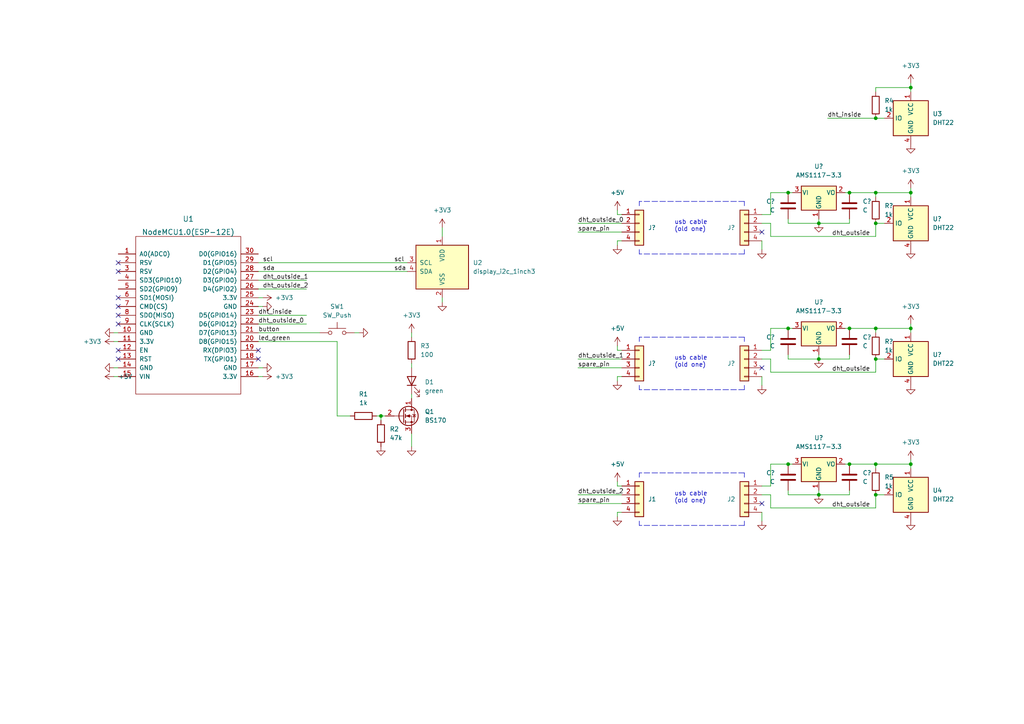
<source format=kicad_sch>
(kicad_sch (version 20211123) (generator eeschema)
  (paper "A4")
  (lib_symbols
    (symbol "Connector_Generic:Conn_01x04" (pin_names (offset 1.016) hide)
      (property "Reference" "J" (at 0 5.08 0))
      (property "Value" "Conn_01x04" (at 0 -7.62 0))
      (symbol "Conn_01x04_1_1"
        (rectangle (start -1.27 -4.953) (end 0 -5.207) (stroke (width 0.1524)))
        (rectangle (start -1.27 -2.413) (end 0 -2.667) (stroke (width 0.1524)))
        (rectangle (start -1.27 0.127) (end 0 -0.127) (stroke (width 0.1524)))
        (rectangle (start -1.27 2.667) (end 0 2.413) (stroke (width 0.1524)))
        (rectangle (start -1.27 3.81) (end 1.27 -6.35) (stroke (width 0.254)) (fill (type background)))
        (pin passive line (at -5.08 2.54 0) (length 3.81) (name "Pin_1") (number "1"))
        (pin passive line (at -5.08 0 0) (length 3.81) (name "Pin_2") (number "2"))
        (pin passive line (at -5.08 -2.54 0) (length 3.81) (name "Pin_3") (number "3"))
        (pin passive line (at -5.08 -5.08 0) (length 3.81) (name "Pin_4") (number "4"))
      )
    )
    (symbol "Device:C" (pin_numbers hide) (pin_names (offset 0.254))
      (property "Reference" "C" (at 0.635 2.54 0))
      (property "Value" "C" (at 0.635 -2.54 0))
      (symbol "C_0_1"
        (polyline (pts (xy -2.032 -0.762) (xy 2.032 -0.762)) (stroke (width 0.508)))
        (polyline (pts (xy -2.032 0.762) (xy 2.032 0.762)) (stroke (width 0.508)))
      )
      (symbol "C_1_1"
        (pin passive line (at 0 3.81 270) (length 2.794) (name "~") (number "1"))
        (pin passive line (at 0 -3.81 90) (length 2.794) (name "~") (number "2"))
      )
    )
    (symbol "Device:LED" (pin_numbers hide) (pin_names (offset 1.016) hide)
      (property "Reference" "D" (at 0 2.54 0))
      (property "Value" "LED" (at 0 -2.54 0))
      (symbol "LED_0_1"
        (polyline (pts (xy -1.27 -1.27) (xy -1.27 1.27)) (stroke (width 0.254)))
        (polyline (pts (xy -1.27 0) (xy 1.27 0)))
        (polyline (pts (xy 1.27 -1.27) (xy 1.27 1.27) (xy -1.27 0) (xy 1.27 -1.27)) (stroke (width 0.254)))
        (polyline (pts (xy -3.048 -0.762) (xy -4.572 -2.286) (xy -3.81 -2.286) (xy -4.572 -2.286) (xy -4.572 -1.524)))
        (polyline (pts (xy -1.778 -0.762) (xy -3.302 -2.286) (xy -2.54 -2.286) (xy -3.302 -2.286) (xy -3.302 -1.524)))
      )
      (symbol "LED_1_1"
        (pin passive line (at -3.81 0 0) (length 2.54) (name "K") (number "1"))
        (pin passive line (at 3.81 0 180) (length 2.54) (name "A") (number "2"))
      )
    )
    (symbol "Device:R" (pin_numbers hide) (pin_names (offset 0))
      (property "Reference" "R" (at 2.032 0 90))
      (property "Value" "R" (at 0 0 90))
      (symbol "R_0_1"
        (rectangle (start -1.016 -2.54) (end 1.016 2.54) (stroke (width 0.254)))
      )
      (symbol "R_1_1"
        (pin passive line (at 0 3.81 270) (length 1.27) (name "~") (number "1"))
        (pin passive line (at 0 -3.81 90) (length 1.27) (name "~") (number "2"))
      )
    )
    (symbol "ESP8266:NodeMCU1.0(ESP-12E)" (pin_names (offset 1.016))
      (property "Reference" "U" (at 0 21.59 0))
      (property "Value" "NodeMCU1.0(ESP-12E)" (at 0 -21.59 0))
      (symbol "NodeMCU1.0(ESP-12E)_0_1"
        (rectangle (start -15.24 -22.86) (end 15.24 22.86))
      )
      (symbol "NodeMCU1.0(ESP-12E)_1_1"
        (pin input line (at -20.32 17.78 0) (length 5.08) (name "A0(ADC0)") (number "1"))
        (pin input line (at -20.32 -5.08 0) (length 5.08) (name "GND") (number "10"))
        (pin input line (at -20.32 -7.62 0) (length 5.08) (name "3.3V") (number "11"))
        (pin input line (at -20.32 -10.16 0) (length 5.08) (name "EN") (number "12"))
        (pin input line (at -20.32 -12.7 0) (length 5.08) (name "RST") (number "13"))
        (pin input line (at -20.32 -15.24 0) (length 5.08) (name "GND") (number "14"))
        (pin input line (at -20.32 -17.78 0) (length 5.08) (name "VIN") (number "15"))
        (pin input line (at 20.32 -17.78 180) (length 5.08) (name "3.3V") (number "16"))
        (pin input line (at 20.32 -15.24 180) (length 5.08) (name "GND") (number "17"))
        (pin input line (at 20.32 -12.7 180) (length 5.08) (name "TX(GPIO1)") (number "18"))
        (pin input line (at 20.32 -10.16 180) (length 5.08) (name "RX(DPIO3)") (number "19"))
        (pin input line (at -20.32 15.24 0) (length 5.08) (name "RSV") (number "2"))
        (pin input line (at 20.32 -7.62 180) (length 5.08) (name "D8(GPIO15)") (number "20"))
        (pin input line (at 20.32 -5.08 180) (length 5.08) (name "D7(GPIO13)") (number "21"))
        (pin input line (at 20.32 -2.54 180) (length 5.08) (name "D6(GPIO12)") (number "22"))
        (pin input line (at 20.32 0 180) (length 5.08) (name "D5(GPIO14)") (number "23"))
        (pin input line (at 20.32 2.54 180) (length 5.08) (name "GND") (number "24"))
        (pin input line (at 20.32 5.08 180) (length 5.08) (name "3.3V") (number "25"))
        (pin input line (at 20.32 7.62 180) (length 5.08) (name "D4(GPIO2)") (number "26"))
        (pin input line (at 20.32 10.16 180) (length 5.08) (name "D3(GPIO0)") (number "27"))
        (pin input line (at 20.32 12.7 180) (length 5.08) (name "D2(GPIO4)") (number "28"))
        (pin input line (at 20.32 15.24 180) (length 5.08) (name "D1(GPIO5)") (number "29"))
        (pin input line (at -20.32 12.7 0) (length 5.08) (name "RSV") (number "3"))
        (pin input line (at 20.32 17.78 180) (length 5.08) (name "D0(GPIO16)") (number "30"))
        (pin input line (at -20.32 10.16 0) (length 5.08) (name "SD3(GPIO10)") (number "4"))
        (pin input line (at -20.32 7.62 0) (length 5.08) (name "SD2(GPIO9)") (number "5"))
        (pin input line (at -20.32 5.08 0) (length 5.08) (name "SD1(MOSI)") (number "6"))
        (pin input line (at -20.32 2.54 0) (length 5.08) (name "CMD(CS)") (number "7"))
        (pin input line (at -20.32 0 0) (length 5.08) (name "SDO(MISO)") (number "8"))
        (pin input line (at -20.32 -2.54 0) (length 5.08) (name "CLK(SCLK)") (number "9"))
      )
    )
    (symbol "Regulator_Linear:AMS1117-3.3" (pin_names (offset 0.254))
      (property "Reference" "U" (at -3.81 3.175 0))
      (property "Value" "AMS1117-3.3" (at 0 3.175 0))
      (symbol "AMS1117-3.3_0_1"
        (rectangle (start -5.08 -5.08) (end 5.08 1.905) (stroke (width 0.254)) (fill (type background)))
      )
      (symbol "AMS1117-3.3_1_1"
        (pin power_in line (at 0 -7.62 90) (length 2.54) (name "GND") (number "1"))
        (pin power_out line (at 7.62 0 180) (length 2.54) (name "VO") (number "2"))
        (pin power_in line (at -7.62 0 0) (length 2.54) (name "VI") (number "3"))
      )
    )
    (symbol "Sensor:DHT11"
      (property "Reference" "U" (at -3.81 6.35 0))
      (property "Value" "DHT11" (at 3.81 6.35 0))
      (symbol "DHT11_0_1"
        (rectangle (start -5.08 5.08) (end 5.08 -5.08) (stroke (width 0.254)) (fill (type background)))
      )
      (symbol "DHT11_1_1"
        (pin power_in line (at 0 7.62 270) (length 2.54) (name "VCC") (number "1"))
        (pin bidirectional line (at 7.62 0 180) (length 2.54) (name "IO") (number "2"))
        (pin no_connect line (at -5.08 0 0) (length 2.54) hide (name "NC") (number "3"))
        (pin power_in line (at 0 -7.62 90) (length 2.54) (name "GND") (number "4"))
      )
    )
    (symbol "Transistor_FET:BS170" (pin_names hide)
      (property "Reference" "Q" (at 5.08 1.905 0))
      (property "Value" "BS170" (at 5.08 0 0))
      (symbol "BS170_0_1"
        (polyline (pts (xy 0.254 0) (xy -2.54 0)))
        (polyline (pts (xy 0.254 1.905) (xy 0.254 -1.905)) (stroke (width 0.254)))
        (polyline (pts (xy 0.762 -1.27) (xy 0.762 -2.286)) (stroke (width 0.254)))
        (polyline (pts (xy 0.762 0.508) (xy 0.762 -0.508)) (stroke (width 0.254)))
        (polyline (pts (xy 0.762 2.286) (xy 0.762 1.27)) (stroke (width 0.254)))
        (polyline (pts (xy 2.54 2.54) (xy 2.54 1.778)))
        (polyline (pts (xy 2.54 -2.54) (xy 2.54 0) (xy 0.762 0)))
        (polyline (pts (xy 0.762 -1.778) (xy 3.302 -1.778) (xy 3.302 1.778) (xy 0.762 1.778)))
        (polyline (pts (xy 1.016 0) (xy 2.032 0.381) (xy 2.032 -0.381) (xy 1.016 0)) (fill (type outline)))
        (polyline (pts (xy 2.794 0.508) (xy 2.921 0.381) (xy 3.683 0.381) (xy 3.81 0.254)))
        (polyline (pts (xy 3.302 0.381) (xy 2.921 -0.254) (xy 3.683 -0.254) (xy 3.302 0.381)))
        (circle (center 1.651 0) (radius 2.794) (stroke (width 0.254)))
        (circle (center 2.54 -1.778) (radius 0.254) (fill (type outline)))
        (circle (center 2.54 1.778) (radius 0.254) (fill (type outline)))
      )
      (symbol "BS170_1_1"
        (pin passive line (at 2.54 5.08 270) (length 2.54) (name "D") (number "1"))
        (pin input line (at -5.08 0 0) (length 2.54) (name "G") (number "2"))
        (pin passive line (at 2.54 -5.08 90) (length 2.54) (name "S") (number "3"))
      )
    )
    (symbol "g7_hmi:SW_Push" (pin_numbers hide) (pin_names (offset 1.016) hide)
      (property "Reference" "SW" (at 1.27 2.54 0))
      (property "Value" "SW_Push" (at 0 -1.524 0))
      (symbol "SW_Push_0_1"
        (circle (center -2.032 0) (radius 0.508))
        (polyline (pts (xy 0 1.27) (xy 0 3.048)))
        (polyline (pts (xy 2.54 1.27) (xy -2.54 1.27)))
        (circle (center 2.032 0) (radius 0.508))
        (pin passive line (at -5.08 0 0) (length 2.54) (name "1") (number "1"))
        (pin passive line (at -5.08 0 0) (length 2.54) hide (name "~") (number "2"))
        (pin passive line (at 5.08 0 180) (length 2.54) (name "2") (number "3"))
        (pin passive line (at 5.08 0 180) (length 2.54) hide (name "4") (number "4"))
      )
    )
    (symbol "g7_hmi_kicad6:display_i2c_1inch3" (pin_names (offset 1.016))
      (property "Reference" "U1" (at 8.382 -0.1016 0))
      (property "Value" "display_i2c_1inch3" (at 8.382 -2.413 0))
      (symbol "display_i2c_1inch3_0_1"
        (rectangle (start -7.62 5.08) (end 7.62 -7.62) (stroke (width 0.254)) (fill (type background)))
      )
      (symbol "display_i2c_1inch3_1_1"
        (pin power_in line (at 0 7.62 270) (length 2.54) (name "VDD") (number "1"))
        (pin power_in line (at 0 -10.16 90) (length 2.54) (name "VSS") (number "2"))
        (pin input line (at -10.16 0 0) (length 2.54) (name "SCL") (number "3"))
        (pin input line (at -10.16 -2.54 0) (length 2.54) (name "SDA") (number "4"))
      )
    )
    (symbol "power:+3.3V" (power) (pin_names (offset 0))
      (property "Value" "+3.3V" (at 0 3.556 0))
      (symbol "+3.3V_0_1"
        (polyline (pts (xy -0.762 1.27) (xy 0 2.54)))
        (polyline (pts (xy 0 0) (xy 0 2.54)))
        (polyline (pts (xy 0 2.54) (xy 0.762 1.27)))
      )
      (symbol "+3.3V_1_1"
        (pin power_in line (at 0 0 90) (length 0) hide (name "+3V3") (number "1"))
      )
    )
    (symbol "power:+5V" (power) (pin_names (offset 0))
      (property "Value" "+5V" (at 0 3.556 0))
      (symbol "+5V_0_1"
        (polyline (pts (xy -0.762 1.27) (xy 0 2.54)))
        (polyline (pts (xy 0 0) (xy 0 2.54)))
        (polyline (pts (xy 0 2.54) (xy 0.762 1.27)))
      )
      (symbol "+5V_1_1"
        (pin power_in line (at 0 0 90) (length 0) hide (name "+5V") (number "1"))
      )
    )
    (symbol "power:GND" (power) (pin_names (offset 0))
      (property "Value" "GND" (at 0 -3.81 0))
      (symbol "GND_0_1"
        (polyline (pts (xy 0 0) (xy 0 -1.27) (xy 1.27 -1.27) (xy 0 -2.54) (xy -1.27 -1.27) (xy 0 -1.27)))
      )
      (symbol "GND_1_1"
        (pin power_in line (at 0 0 270) (length 0) hide (name "GND") (number "1"))
      )
    )
  )
  (junction (at 264.16 55.88))
  (junction (at 228.6 134.62))
  (junction (at 254 104.14))
  (junction (at 254 95.25))
  (junction (at 254 143.51))
  (junction (at 110.49 120.65))
  (junction (at 246.38 55.88))
  (junction (at 254 64.77))
  (junction (at 237.49 64.77))
  (junction (at 264.16 134.62))
  (junction (at 228.6 95.25))
  (junction (at 264.16 95.25))
  (junction (at 264.16 25.4))
  (junction (at 254 134.62))
  (junction (at 228.6 55.88))
  (junction (at 237.49 104.14))
  (junction (at 246.38 95.25))
  (junction (at 246.38 134.62))
  (junction (at 237.49 143.51))
  (junction (at 254 34.29))
  (junction (at 254 55.88))
  (no_connect (at 220.98 106.68))
  (no_connect (at 220.98 146.05))
  (no_connect (at 220.98 67.31))
  (no_connect (at 74.93 101.6))
  (no_connect (at 74.93 104.14))
  (no_connect (at 34.29 101.6))
  (no_connect (at 34.29 104.14))
  (no_connect (at 34.29 76.2))
  (no_connect (at 34.29 78.74))
  (no_connect (at 34.29 86.36))
  (no_connect (at 34.29 91.44))
  (no_connect (at 34.29 88.9))
  (no_connect (at 34.29 93.98))
  (wire (pts (xy 74.93 91.44) (xy 88.9 91.44)))
  (wire (pts (xy 264.16 95.25) (xy 254 95.25)))
  (polyline (pts (xy 215.9 151.13) (xy 215.9 152.4)))
  (wire (pts (xy 223.52 68.58) (xy 254 68.58)))
  (wire (pts (xy 74.93 86.36) (xy 76.2 86.36)))
  (wire (pts (xy 110.49 120.65) (xy 111.76 120.65)))
  (wire (pts (xy 228.6 55.88) (xy 223.52 55.88)))
  (wire (pts (xy 74.93 83.82) (xy 88.9 83.82)))
  (wire (pts (xy 264.16 24.13) (xy 264.16 25.4)))
  (wire (pts (xy 228.6 102.87) (xy 228.6 104.14)))
  (polyline (pts (xy 215.9 73.66) (xy 185.42 73.66)))
  (wire (pts (xy 237.49 142.24) (xy 237.49 143.51)))
  (wire (pts (xy 74.93 78.74) (xy 118.11 78.74)))
  (wire (pts (xy 246.38 104.14) (xy 237.49 104.14)))
  (wire (pts (xy 33.02 96.52) (xy 34.29 96.52)))
  (wire (pts (xy 246.38 142.24) (xy 246.38 143.51)))
  (polyline (pts (xy 215.9 72.39) (xy 215.9 73.66)))
  (polyline (pts (xy 185.42 113.03) (xy 185.42 111.76)))
  (wire (pts (xy 220.98 111.76) (xy 220.98 109.22)))
  (wire (pts (xy 223.52 143.51) (xy 223.52 147.32)))
  (wire (pts (xy 128.27 86.36) (xy 128.27 87.63)))
  (wire (pts (xy 179.07 149.86) (xy 179.07 148.59)))
  (wire (pts (xy 229.87 55.88) (xy 228.6 55.88)))
  (wire (pts (xy 246.38 63.5) (xy 246.38 64.77)))
  (wire (pts (xy 74.93 96.52) (xy 92.71 96.52)))
  (wire (pts (xy 223.52 104.14) (xy 223.52 107.95)))
  (wire (pts (xy 179.07 101.6) (xy 180.34 101.6)))
  (wire (pts (xy 228.6 134.62) (xy 223.52 134.62)))
  (wire (pts (xy 74.93 93.98) (xy 88.9 93.98)))
  (wire (pts (xy 167.64 104.14) (xy 180.34 104.14)))
  (wire (pts (xy 109.22 120.65) (xy 110.49 120.65)))
  (wire (pts (xy 254 55.88) (xy 246.38 55.88)))
  (wire (pts (xy 228.6 142.24) (xy 228.6 143.51)))
  (wire (pts (xy 179.07 60.96) (xy 179.07 62.23)))
  (wire (pts (xy 264.16 25.4) (xy 254 25.4)))
  (wire (pts (xy 254 34.29) (xy 256.54 34.29)))
  (polyline (pts (xy 215.9 58.42) (xy 185.42 58.42)))
  (polyline (pts (xy 215.9 138.43) (xy 215.9 137.16)))
  (wire (pts (xy 97.79 99.06) (xy 97.79 120.65)))
  (wire (pts (xy 220.98 64.77) (xy 223.52 64.77)))
  (wire (pts (xy 254 143.51) (xy 256.54 143.51)))
  (wire (pts (xy 228.6 104.14) (xy 237.49 104.14)))
  (wire (pts (xy 179.07 71.12) (xy 179.07 69.85)))
  (wire (pts (xy 254 134.62) (xy 246.38 134.62)))
  (polyline (pts (xy 185.42 73.66) (xy 185.42 72.39)))
  (wire (pts (xy 264.16 135.89) (xy 264.16 134.62)))
  (wire (pts (xy 223.52 101.6) (xy 220.98 101.6)))
  (wire (pts (xy 254 64.77) (xy 256.54 64.77)))
  (wire (pts (xy 240.03 34.29) (xy 254 34.29)))
  (wire (pts (xy 179.07 140.97) (xy 180.34 140.97)))
  (wire (pts (xy 237.49 63.5) (xy 237.49 64.77)))
  (wire (pts (xy 264.16 54.61) (xy 264.16 55.88)))
  (wire (pts (xy 179.07 100.33) (xy 179.07 101.6)))
  (polyline (pts (xy 215.9 97.79) (xy 185.42 97.79)))
  (wire (pts (xy 264.16 93.98) (xy 264.16 95.25)))
  (wire (pts (xy 167.64 67.31) (xy 180.34 67.31)))
  (wire (pts (xy 110.49 120.65) (xy 110.49 121.92)))
  (wire (pts (xy 167.64 64.77) (xy 180.34 64.77)))
  (wire (pts (xy 223.52 140.97) (xy 220.98 140.97)))
  (wire (pts (xy 246.38 95.25) (xy 245.11 95.25)))
  (wire (pts (xy 223.52 107.95) (xy 254 107.95)))
  (wire (pts (xy 179.07 69.85) (xy 180.34 69.85)))
  (wire (pts (xy 119.38 96.52) (xy 119.38 97.79)))
  (wire (pts (xy 179.07 62.23) (xy 180.34 62.23)))
  (wire (pts (xy 223.52 55.88) (xy 223.52 62.23)))
  (wire (pts (xy 74.93 109.22) (xy 76.2 109.22)))
  (wire (pts (xy 220.98 104.14) (xy 223.52 104.14)))
  (polyline (pts (xy 185.42 58.42) (xy 185.42 59.69)))
  (wire (pts (xy 220.98 143.51) (xy 223.52 143.51)))
  (wire (pts (xy 167.64 143.51) (xy 180.34 143.51)))
  (wire (pts (xy 254 147.32) (xy 254 143.51)))
  (wire (pts (xy 119.38 125.73) (xy 119.38 129.54)))
  (wire (pts (xy 254 107.95) (xy 254 104.14)))
  (wire (pts (xy 254 104.14) (xy 256.54 104.14)))
  (polyline (pts (xy 215.9 111.76) (xy 215.9 113.03)))
  (wire (pts (xy 246.38 143.51) (xy 237.49 143.51)))
  (wire (pts (xy 254 68.58) (xy 254 64.77)))
  (wire (pts (xy 74.93 76.2) (xy 118.11 76.2)))
  (wire (pts (xy 254 95.25) (xy 246.38 95.25)))
  (wire (pts (xy 246.38 102.87) (xy 246.38 104.14)))
  (wire (pts (xy 223.52 134.62) (xy 223.52 140.97)))
  (wire (pts (xy 229.87 95.25) (xy 228.6 95.25)))
  (wire (pts (xy 223.52 147.32) (xy 254 147.32)))
  (wire (pts (xy 220.98 72.39) (xy 220.98 69.85)))
  (wire (pts (xy 33.02 99.06) (xy 34.29 99.06)))
  (wire (pts (xy 119.38 114.3) (xy 119.38 115.57)))
  (wire (pts (xy 228.6 63.5) (xy 228.6 64.77)))
  (wire (pts (xy 254 25.4) (xy 254 26.67)))
  (polyline (pts (xy 215.9 59.69) (xy 215.9 58.42)))
  (wire (pts (xy 237.49 102.87) (xy 237.49 104.14)))
  (wire (pts (xy 223.52 62.23) (xy 220.98 62.23)))
  (wire (pts (xy 228.6 95.25) (xy 223.52 95.25)))
  (wire (pts (xy 220.98 151.13) (xy 220.98 148.59)))
  (wire (pts (xy 128.27 66.04) (xy 128.27 68.58)))
  (wire (pts (xy 254 134.62) (xy 254 135.89)))
  (polyline (pts (xy 185.42 152.4) (xy 185.42 151.13)))
  (wire (pts (xy 179.07 110.49) (xy 179.07 109.22)))
  (wire (pts (xy 254 55.88) (xy 254 57.15)))
  (wire (pts (xy 74.93 106.68) (xy 76.2 106.68)))
  (wire (pts (xy 167.64 146.05) (xy 180.34 146.05)))
  (polyline (pts (xy 185.42 97.79) (xy 185.42 99.06)))
  (wire (pts (xy 246.38 134.62) (xy 245.11 134.62)))
  (wire (pts (xy 264.16 57.15) (xy 264.16 55.88)))
  (polyline (pts (xy 215.9 99.06) (xy 215.9 97.79)))
  (wire (pts (xy 179.07 148.59) (xy 180.34 148.59)))
  (wire (pts (xy 246.38 55.88) (xy 245.11 55.88)))
  (wire (pts (xy 264.16 134.62) (xy 254 134.62)))
  (wire (pts (xy 229.87 134.62) (xy 228.6 134.62)))
  (wire (pts (xy 264.16 26.67) (xy 264.16 25.4)))
  (polyline (pts (xy 215.9 137.16) (xy 185.42 137.16)))
  (wire (pts (xy 264.16 55.88) (xy 254 55.88)))
  (wire (pts (xy 119.38 105.41) (xy 119.38 106.68)))
  (wire (pts (xy 74.93 81.28) (xy 88.9 81.28)))
  (polyline (pts (xy 185.42 137.16) (xy 185.42 138.43)))
  (wire (pts (xy 246.38 64.77) (xy 237.49 64.77)))
  (wire (pts (xy 264.16 133.35) (xy 264.16 134.62)))
  (wire (pts (xy 223.52 95.25) (xy 223.52 101.6)))
  (polyline (pts (xy 215.9 113.03) (xy 185.42 113.03)))
  (wire (pts (xy 179.07 109.22) (xy 180.34 109.22)))
  (wire (pts (xy 74.93 88.9) (xy 76.2 88.9)))
  (wire (pts (xy 167.64 106.68) (xy 180.34 106.68)))
  (wire (pts (xy 74.93 99.06) (xy 97.79 99.06)))
  (wire (pts (xy 264.16 96.52) (xy 264.16 95.25)))
  (wire (pts (xy 254 95.25) (xy 254 96.52)))
  (wire (pts (xy 228.6 64.77) (xy 237.49 64.77)))
  (polyline (pts (xy 215.9 152.4) (xy 185.42 152.4)))
  (wire (pts (xy 33.02 109.22) (xy 34.29 109.22)))
  (wire (pts (xy 97.79 120.65) (xy 101.6 120.65)))
  (wire (pts (xy 228.6 143.51) (xy 237.49 143.51)))
  (wire (pts (xy 223.52 64.77) (xy 223.52 68.58)))
  (wire (pts (xy 102.87 96.52) (xy 104.14 96.52)))
  (wire (pts (xy 179.07 139.7) (xy 179.07 140.97)))
  (wire (pts (xy 33.02 106.68) (xy 34.29 106.68)))
  (text "usb cable\n(old one)" (at 195.58 67.31 0) (effects (font (size 1.27 1.27)) (justify left bottom)))
  (text "usb cable\n(old one)" (at 195.58 106.68 0) (effects (font (size 1.27 1.27)) (justify left bottom)))
  (text "usb cable\n(old one)" (at 195.58 146.05 0) (effects (font (size 1.27 1.27)) (justify left bottom)))
  (label "dht_outside_0" (at 74.93 93.98 0))
  (label "dht_inside" (at 74.93 91.44 0))
  (label "sda" (at 76.2 78.74 0))
  (label "dht_outside_1" (at 167.64 104.14 0))
  (label "spare_pin" (at 167.64 146.05 0))
  (label "dht_outside_1" (at 76.2 81.28 0))
  (label "button" (at 74.93 96.52 0))
  (label "dht_outside" (at 241.3 107.95 0))
  (label "sda" (at 114.3 78.74 0))
  (label "dht_outside" (at 241.3 68.58 0))
  (label "dht_outside" (at 241.3 147.32 0))
  (label "led_green" (at 74.93 99.06 0))
  (label "dht_outside_0" (at 167.64 64.77 0))
  (label "scl" (at 114.3 76.2 0))
  (label "spare_pin" (at 167.64 106.68 0))
  (label "dht_outside_2" (at 76.2 83.82 0))
  (label "scl" (at 76.2 76.2 0))
  (label "spare_pin" (at 167.64 67.31 0))
  (label "dht_inside" (at 240.03 34.29 0))
  (label "dht_outside_2" (at 167.64 143.51 0))
  (symbol (lib_id "power:+3.3V") (at 76.2 86.36 270) (unit 1)
    (property "Reference" "#PWR0116" (effects hide))
    (property "Value" "+3.3V" (at 85.09 86.36 90) (effects (justify right)))
  )
  (symbol (lib_id "Device:R") (at 254 139.7 0) (unit 1)
    (property "Reference" "R5" (at 256.54 138.4299 0) (effects (justify left)))
    (property "Value" "1k" (at 256.54 140.9699 0) (effects (justify left)))
    (property "Footprint" "Resistor_THT:R_Axial_DIN0204_L3.6mm_D1.6mm_P5.08mm_Horizontal" (effects hide))
  )
  (symbol (lib_id "power:+3.3V") (at 33.02 99.06 90) (unit 1)
    (property "Reference" "#PWR0118" (effects hide))
    (property "Value" "+3.3V" (at 24.13 99.06 90) (effects (justify right)))
  )
  (symbol (lib_id "Sensor:DHT11") (at 264.16 34.29 0) (mirror y) (unit 1)
    (property "Reference" "U3" (at 270.51 33.0199 0) (effects (justify right)))
    (property "Value" "DHT22" (at 270.51 35.5599 0) (effects (justify right)))
    (property "Footprint" "Sensor:Aosong_DHT11_5.5x12.0_P2.54mm" (effects hide))
  )
  (symbol (lib_id "Connector_Generic:Conn_01x04") (at 215.9 104.14 0) (mirror y) (unit 1)
    (property "Reference" "J?" (at 212.09 105.41 0))
    (property "Value" "Conn_01x04" (effects hide))
    (property "Footprint" "Connector_JST:JST_XH_B4B-XH-AM_1x04_P2.50mm_Vertical" (effects hide))
  )
  (symbol (lib_id "Connector_Generic:Conn_01x04") (at 185.42 143.51 0) (unit 1)
    (property "Reference" "J1" (at 187.96 144.7799 0) (effects (justify left)))
    (property "Value" "Conn_01x04" (effects hide))
    (property "Footprint" "Connector_JST:JST_XH_B4B-XH-AM_1x04_P2.50mm_Vertical" (effects hide))
  )
  (symbol (lib_id "Connector_Generic:Conn_01x04") (at 215.9 64.77 0) (mirror y) (unit 1)
    (property "Reference" "J?" (at 212.09 66.04 0))
    (property "Value" "Conn_01x04" (effects hide))
    (property "Footprint" "Connector_JST:JST_XH_B4B-XH-AM_1x04_P2.50mm_Vertical" (effects hide))
  )
  (symbol (lib_id "Device:C") (at 246.38 59.69 0) (unit 1)
    (property "Reference" "C?" (at 250.19 58.4199 0) (effects (justify left)))
    (property "Value" "C" (at 250.19 60.9599 0) (effects (justify left)))
  )
  (symbol (lib_id "Connector_Generic:Conn_01x04") (at 185.42 64.77 0) (unit 1)
    (property "Reference" "J?" (at 187.96 66.0399 0) (effects (justify left)))
    (property "Value" "Conn_01x04" (effects hide))
    (property "Footprint" "Connector_JST:JST_XH_B4B-XH-AM_1x04_P2.50mm_Vertical" (effects hide))
  )
  (symbol (lib_id "power:+3.3V") (at 128.27 66.04 0) (unit 1)
    (property "Reference" "#PWR0105" (effects hide))
    (property "Value" "+3.3V" (at 128.27 60.96 0))
  )
  (symbol (lib_id "power:GND") (at 179.07 149.86 0) (unit 1)
    (property "Reference" "#PWR0111" (effects hide))
    (property "Value" "GND" (effects hide))
  )
  (symbol (lib_id "power:GND") (at 220.98 151.13 0) (unit 1)
    (property "Reference" "#PWR?" (effects hide))
    (property "Value" "GND" (effects hide))
  )
  (symbol (lib_id "Transistor_FET:BS170") (at 116.84 120.65 0) (unit 1)
    (property "Reference" "Q1" (at 123.19 119.3799 0) (effects (justify left)))
    (property "Value" "BS170" (at 123.19 121.9199 0) (effects (justify left)))
    (property "Footprint" "Package_TO_SOT_THT:TO-92_Inline" (effects hide))
    (property "Datasheet" "https://www.onsemi.com/pub/Collateral/BS170-D.PDF" (effects hide))
  )
  (symbol (lib_id "power:GND") (at 237.49 64.77 0) (unit 1)
    (property "Reference" "#PWR?" (effects hide))
    (property "Value" "GND" (effects hide))
  )
  (symbol (lib_id "power:GND") (at 264.16 151.13 0) (unit 1)
    (property "Reference" "#PWR0103" (effects hide))
    (property "Value" "GND" (effects hide))
  )
  (symbol (lib_id "Connector_Generic:Conn_01x04") (at 215.9 143.51 0) (mirror y) (unit 1)
    (property "Reference" "J2" (at 212.09 144.78 0))
    (property "Value" "Conn_01x04" (effects hide))
    (property "Footprint" "Connector_JST:JST_XH_B4B-XH-AM_1x04_P2.50mm_Vertical" (effects hide))
  )
  (symbol (lib_id "Device:C") (at 246.38 99.06 0) (unit 1)
    (property "Reference" "C?" (at 250.19 97.7899 0) (effects (justify left)))
    (property "Value" "C" (at 250.19 100.3299 0) (effects (justify left)))
  )
  (symbol (lib_id "power:GND") (at 264.16 72.39 0) (unit 1)
    (property "Reference" "#PWR?" (effects hide))
    (property "Value" "GND" (effects hide))
  )
  (symbol (lib_id "power:+3.3V") (at 264.16 24.13 0) (unit 1)
    (property "Reference" "#PWR0104" (effects hide))
    (property "Value" "+3.3V" (at 264.16 19.05 0))
  )
  (symbol (lib_id "power:GND") (at 237.49 104.14 0) (unit 1)
    (property "Reference" "#PWR?" (effects hide))
    (property "Value" "GND" (effects hide))
  )
  (symbol (lib_id "power:GND") (at 119.38 129.54 0) (unit 1)
    (property "Reference" "#PWR0109" (effects hide))
    (property "Value" "GND" (effects hide))
  )
  (symbol (lib_id "Device:C") (at 246.38 138.43 0) (unit 1)
    (property "Reference" "C?" (at 250.19 137.1599 0) (effects (justify left)))
    (property "Value" "C" (at 250.19 139.6999 0) (effects (justify left)))
  )
  (symbol (lib_id "power:+3.3V") (at 264.16 93.98 0) (unit 1)
    (property "Reference" "#PWR?" (effects hide))
    (property "Value" "+3.3V" (at 264.16 88.9 0))
  )
  (symbol (lib_id "power:GND") (at 220.98 72.39 0) (unit 1)
    (property "Reference" "#PWR?" (effects hide))
    (property "Value" "GND" (effects hide))
  )
  (symbol (lib_id "Device:R") (at 110.49 125.73 0) (unit 1)
    (property "Reference" "R2" (at 113.03 124.4599 0) (effects (justify left)))
    (property "Value" "47k" (at 113.03 126.9999 0) (effects (justify left)))
    (property "Footprint" "Resistor_THT:R_Axial_DIN0204_L3.6mm_D1.6mm_P5.08mm_Horizontal" (effects hide))
  )
  (symbol (lib_id "power:GND") (at 220.98 111.76 0) (unit 1)
    (property "Reference" "#PWR?" (effects hide))
    (property "Value" "GND" (effects hide))
  )
  (symbol (lib_id "Device:C") (at 228.6 99.06 0) (mirror x) (unit 1)
    (property "Reference" "C?" (at 224.79 97.7899 0) (effects (justify right)))
    (property "Value" "C" (at 224.79 100.3299 0) (effects (justify right)))
  )
  (symbol (lib_id "power:+5V") (at 179.07 139.7 0) (unit 1)
    (property "Reference" "#PWR?" (effects hide))
    (property "Value" "+5V" (at 179.07 134.62 0))
  )
  (symbol (lib_id "Device:C") (at 228.6 138.43 0) (mirror x) (unit 1)
    (property "Reference" "C?" (at 224.79 137.1599 0) (effects (justify right)))
    (property "Value" "C" (at 224.79 139.6999 0) (effects (justify right)))
  )
  (symbol (lib_id "power:GND") (at 237.49 143.51 0) (unit 1)
    (property "Reference" "#PWR?" (effects hide))
    (property "Value" "GND" (effects hide))
  )
  (symbol (lib_id "power:GND") (at 76.2 106.68 90) (unit 1)
    (property "Reference" "#PWR0113" (effects hide))
    (property "Value" "GND" (effects hide))
  )
  (symbol (lib_id "Sensor:DHT11") (at 264.16 64.77 0) (mirror y) (unit 1)
    (property "Reference" "U?" (at 270.51 63.4999 0) (effects (justify right)))
    (property "Value" "DHT22" (at 270.51 66.0399 0) (effects (justify right)))
    (property "Footprint" "Sensor:Aosong_DHT11_5.5x12.0_P2.54mm" (effects hide))
  )
  (symbol (lib_id "power:GND") (at 179.07 71.12 0) (unit 1)
    (property "Reference" "#PWR?" (effects hide))
    (property "Value" "GND" (effects hide))
  )
  (symbol (lib_id "ESP8266:NodeMCU1.0(ESP-12E)") (at 54.61 91.44 0) (unit 1)
    (property "Reference" "U1" (at 54.61 63.5 0) (effects (font (size 1.524 1.524))))
    (property "Value" "NodeMCU1.0(ESP-12E)" (at 54.61 67.31 0) (effects (font (size 1.524 1.524))))
    (property "Footprint" "g7_modules:NodeMCU1.0(12-E)" (effects hide))
  )
  (symbol (lib_id "power:GND") (at 264.16 111.76 0) (unit 1)
    (property "Reference" "#PWR?" (effects hide))
    (property "Value" "GND" (effects hide))
  )
  (symbol (lib_id "power:GND") (at 128.27 87.63 0) (unit 1)
    (property "Reference" "#PWR0106" (effects hide))
    (property "Value" "GND" (effects hide))
  )
  (symbol (lib_id "power:+3.3V") (at 264.16 133.35 0) (unit 1)
    (property "Reference" "#PWR0101" (effects hide))
    (property "Value" "+3.3V" (at 264.16 128.27 0))
  )
  (symbol (lib_id "power:GND") (at 76.2 88.9 90) (unit 1)
    (property "Reference" "#PWR0115" (effects hide))
    (property "Value" "GND" (effects hide))
  )
  (symbol (lib_id "power:+3.3V") (at 119.38 96.52 0) (unit 1)
    (property "Reference" "#PWR0107" (effects hide))
    (property "Value" "+3.3V" (at 119.38 91.44 0))
  )
  (symbol (lib_id "Regulator_Linear:AMS1117-3.3") (at 237.49 55.88 0) (unit 1)
    (property "Reference" "U?" (at 237.49 48.26 0))
    (property "Value" "AMS1117-3.3" (at 237.49 50.8 0))
    (property "Footprint" "Package_TO_SOT_SMD:SOT-223-3_TabPin2" (effects hide))
    (property "Datasheet" "http://www.advanced-monolithic.com/pdf/ds1117.pdf" (effects hide))
  )
  (symbol (lib_id "Device:R") (at 105.41 120.65 90) (unit 1)
    (property "Reference" "R1" (at 105.41 114.3 90))
    (property "Value" "1k" (at 105.41 116.84 90))
    (property "Footprint" "Resistor_THT:R_Axial_DIN0204_L3.6mm_D1.6mm_P5.08mm_Horizontal" (effects hide))
  )
  (symbol (lib_id "power:GND") (at 110.49 129.54 0) (unit 1)
    (property "Reference" "#PWR0110" (effects hide))
    (property "Value" "GND" (effects hide))
  )
  (symbol (lib_id "Regulator_Linear:AMS1117-3.3") (at 237.49 134.62 0) (unit 1)
    (property "Reference" "U?" (at 237.49 127 0))
    (property "Value" "AMS1117-3.3" (at 237.49 129.54 0))
    (property "Footprint" "Package_TO_SOT_SMD:SOT-223-3_TabPin2" (effects hide))
    (property "Datasheet" "http://www.advanced-monolithic.com/pdf/ds1117.pdf" (effects hide))
  )
  (symbol (lib_id "Device:C") (at 228.6 59.69 0) (mirror x) (unit 1)
    (property "Reference" "C?" (at 224.79 58.4199 0) (effects (justify right)))
    (property "Value" "C" (at 224.79 60.9599 0) (effects (justify right)))
  )
  (symbol (lib_id "g7_hmi:SW_Push") (at 97.79 96.52 0) (unit 1)
    (property "Reference" "SW1" (at 97.79 88.9 0))
    (property "Value" "SW_Push" (at 97.79 91.44 0))
    (property "Footprint" "Button_Switch_THT:SW_Tactile_Straight_KSA0Axx1LFTR" (effects hide))
  )
  (symbol (lib_id "power:GND") (at 179.07 110.49 0) (unit 1)
    (property "Reference" "#PWR?" (effects hide))
    (property "Value" "GND" (effects hide))
  )
  (symbol (lib_id "power:GND") (at 33.02 106.68 270) (unit 1)
    (property "Reference" "#PWR0117" (effects hide))
    (property "Value" "GND" (effects hide))
  )
  (symbol (lib_id "power:+5V") (at 179.07 60.96 0) (unit 1)
    (property "Reference" "#PWR?" (effects hide))
    (property "Value" "+5V" (at 179.07 55.88 0))
  )
  (symbol (lib_id "Regulator_Linear:AMS1117-3.3") (at 237.49 95.25 0) (unit 1)
    (property "Reference" "U?" (at 237.49 87.63 0))
    (property "Value" "AMS1117-3.3" (at 237.49 90.17 0))
    (property "Footprint" "Package_TO_SOT_SMD:SOT-223-3_TabPin2" (effects hide))
    (property "Datasheet" "http://www.advanced-monolithic.com/pdf/ds1117.pdf" (effects hide))
  )
  (symbol (lib_id "Sensor:DHT11") (at 264.16 143.51 0) (mirror y) (unit 1)
    (property "Reference" "U4" (at 270.51 142.2399 0) (effects (justify right)))
    (property "Value" "DHT22" (at 270.51 144.7799 0) (effects (justify right)))
    (property "Footprint" "Sensor:Aosong_DHT11_5.5x12.0_P2.54mm" (effects hide))
  )
  (symbol (lib_id "power:+5V") (at 179.07 100.33 0) (unit 1)
    (property "Reference" "#PWR?" (effects hide))
    (property "Value" "+5V" (at 179.07 95.25 0))
  )
  (symbol (lib_id "Device:R") (at 254 30.48 0) (unit 1)
    (property "Reference" "R4" (at 256.54 29.2099 0) (effects (justify left)))
    (property "Value" "1k" (at 256.54 31.7499 0) (effects (justify left)))
    (property "Footprint" "Resistor_THT:R_Axial_DIN0204_L3.6mm_D1.6mm_P5.08mm_Horizontal" (effects hide))
  )
  (symbol (lib_id "Connector_Generic:Conn_01x04") (at 185.42 104.14 0) (unit 1)
    (property "Reference" "J?" (at 187.96 105.4099 0) (effects (justify left)))
    (property "Value" "Conn_01x04" (effects hide))
    (property "Footprint" "Connector_JST:JST_XH_B4B-XH-AM_1x04_P2.50mm_Vertical" (effects hide))
  )
  (symbol (lib_id "power:GND") (at 33.02 96.52 270) (unit 1)
    (property "Reference" "#PWR0119" (effects hide))
    (property "Value" "GND" (effects hide))
  )
  (symbol (lib_id "Device:R") (at 254 60.96 0) (unit 1)
    (property "Reference" "R?" (at 256.54 59.6899 0) (effects (justify left)))
    (property "Value" "1k" (at 256.54 62.2299 0) (effects (justify left)))
    (property "Footprint" "Resistor_THT:R_Axial_DIN0204_L3.6mm_D1.6mm_P5.08mm_Horizontal" (effects hide))
  )
  (symbol (lib_id "power:+5V") (at 33.02 109.22 90) (unit 1)
    (property "Reference" "#PWR?" (effects hide))
    (property "Value" "+5V" (at 34.29 109.2199 90) (effects (justify right)))
  )
  (symbol (lib_id "Device:LED") (at 119.38 110.49 90) (unit 1)
    (property "Reference" "D1" (at 123.19 110.8074 90) (effects (justify right)))
    (property "Value" "green" (at 123.19 113.3474 90) (effects (justify right)))
    (property "Footprint" "LED_THT:LED_D5.0mm" (effects hide))
  )
  (symbol (lib_id "power:+3.3V") (at 264.16 54.61 0) (unit 1)
    (property "Reference" "#PWR?" (effects hide))
    (property "Value" "+3.3V" (at 264.16 49.53 0))
  )
  (symbol (lib_id "power:+3.3V") (at 76.2 109.22 270) (unit 1)
    (property "Reference" "#PWR0114" (effects hide))
    (property "Value" "+3.3V" (at 85.09 109.22 90) (effects (justify right)))
  )
  (symbol (lib_id "Device:R") (at 119.38 101.6 0) (unit 1)
    (property "Reference" "R3" (at 121.92 100.3299 0) (effects (justify left)))
    (property "Value" "100" (at 121.92 102.8699 0) (effects (justify left)))
    (property "Footprint" "Resistor_THT:R_Axial_DIN0204_L3.6mm_D1.6mm_P5.08mm_Horizontal" (effects hide))
  )
  (symbol (lib_id "g7_hmi_kicad6:display_i2c_1inch3") (at 128.27 76.2 0) (unit 1)
    (property "Reference" "U2" (at 137.16 76.1999 0) (effects (justify left)))
    (property "Value" "display_i2c_1inch3" (at 137.16 78.7399 0) (effects (justify left)))
    (property "Footprint" "g7_hmi:display_i2c_1inch3" (effects hide))
  )
  (symbol (lib_id "power:GND") (at 264.16 41.91 0) (unit 1)
    (property "Reference" "#PWR0102" (effects hide))
    (property "Value" "GND" (effects hide))
  )
  (symbol (lib_id "Device:R") (at 254 100.33 0) (unit 1)
    (property "Reference" "R?" (at 256.54 99.0599 0) (effects (justify left)))
    (property "Value" "1k" (at 256.54 101.5999 0) (effects (justify left)))
    (property "Footprint" "Resistor_THT:R_Axial_DIN0204_L3.6mm_D1.6mm_P5.08mm_Horizontal" (effects hide))
  )
  (symbol (lib_id "Sensor:DHT11") (at 264.16 104.14 0) (mirror y) (unit 1)
    (property "Reference" "U?" (at 270.51 102.8699 0) (effects (justify right)))
    (property "Value" "DHT22" (at 270.51 105.4099 0) (effects (justify right)))
    (property "Footprint" "Sensor:Aosong_DHT11_5.5x12.0_P2.54mm" (effects hide))
  )
  (symbol (lib_id "power:GND") (at 104.14 96.52 90) (unit 1)
    (property "Reference" "#PWR0108" (effects hide))
    (property "Value" "GND" (effects hide))
  )
)
</source>
